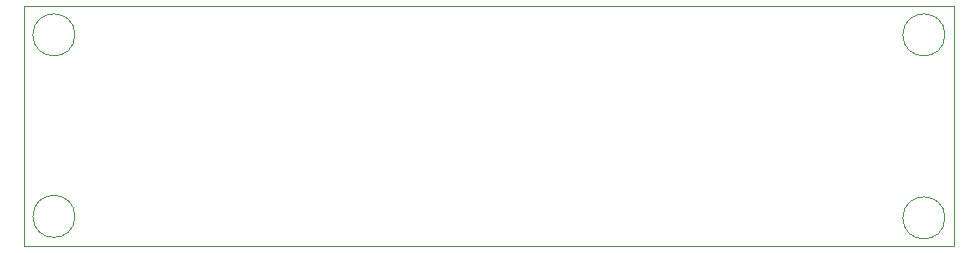
<source format=gbr>
%TF.GenerationSoftware,KiCad,Pcbnew,(6.0.4)*%
%TF.CreationDate,2022-09-19T09:43:28-03:00*%
%TF.ProjectId,Placa de sensores,506c6163-6120-4646-9520-73656e736f72,rev?*%
%TF.SameCoordinates,Original*%
%TF.FileFunction,Profile,NP*%
%FSLAX46Y46*%
G04 Gerber Fmt 4.6, Leading zero omitted, Abs format (unit mm)*
G04 Created by KiCad (PCBNEW (6.0.4)) date 2022-09-19 09:43:28*
%MOMM*%
%LPD*%
G01*
G04 APERTURE LIST*
%TA.AperFunction,Profile*%
%ADD10C,0.100000*%
%TD*%
G04 APERTURE END LIST*
D10*
X29718000Y-40640000D02*
G75*
G03*
X29718000Y-40640000I-1778000J0D01*
G01*
X103378000Y-40767000D02*
G75*
G03*
X103378000Y-40767000I-1778000J0D01*
G01*
X29718000Y-25273000D02*
G75*
G03*
X29718000Y-25273000I-1778000J0D01*
G01*
X103378000Y-25273000D02*
G75*
G03*
X103378000Y-25273000I-1778000J0D01*
G01*
X25400000Y-22860000D02*
X104140000Y-22860000D01*
X104140000Y-22860000D02*
X104140000Y-43180000D01*
X104140000Y-43180000D02*
X25400000Y-43180000D01*
X25400000Y-43180000D02*
X25400000Y-22860000D01*
M02*

</source>
